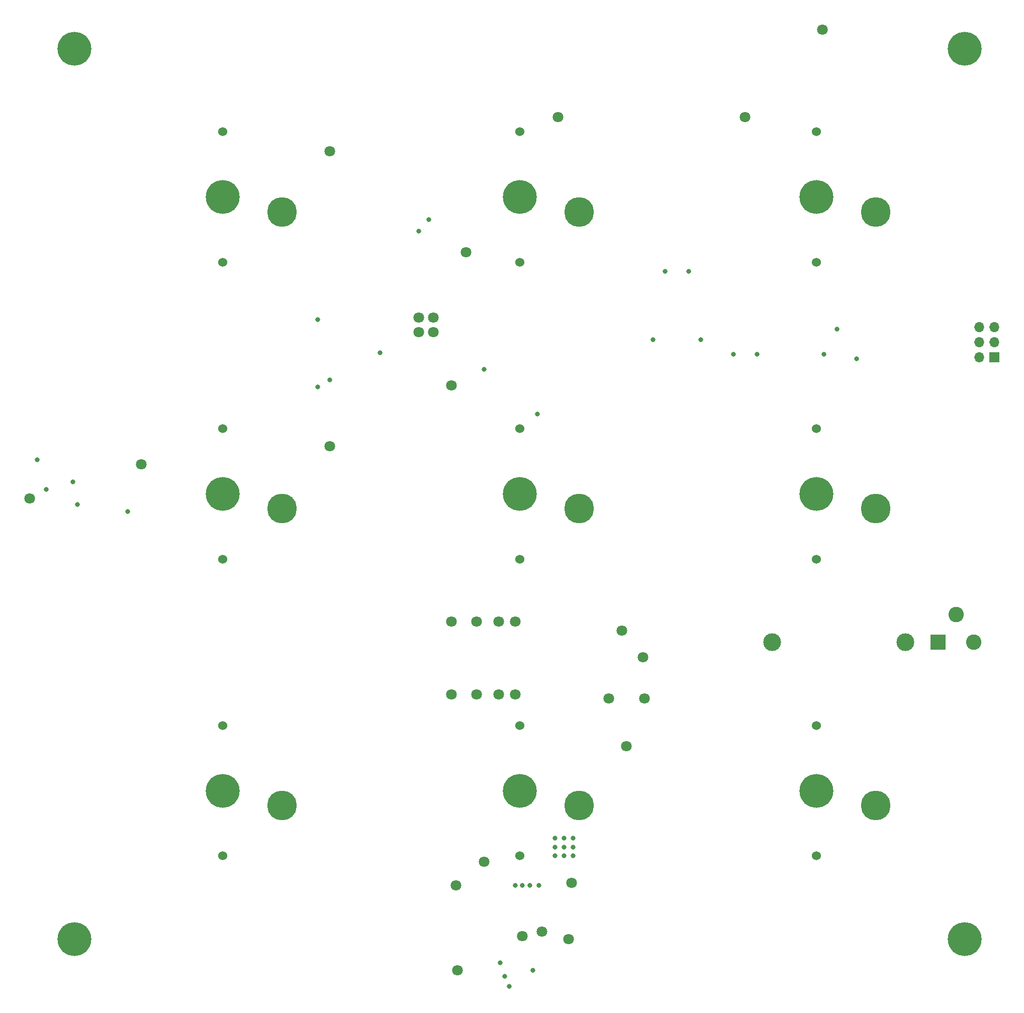
<source format=gbr>
G04 #@! TF.GenerationSoftware,KiCad,Pcbnew,5.1.5*
G04 #@! TF.CreationDate,2020-03-06T12:13:38+01:00*
G04 #@! TF.ProjectId,e-chessboard,652d6368-6573-4736-926f-6172642e6b69,0.1*
G04 #@! TF.SameCoordinates,Original*
G04 #@! TF.FileFunction,Copper,L3,Inr*
G04 #@! TF.FilePolarity,Positive*
%FSLAX46Y46*%
G04 Gerber Fmt 4.6, Leading zero omitted, Abs format (unit mm)*
G04 Created by KiCad (PCBNEW 5.1.5) date 2020-03-06 12:13:38*
%MOMM*%
%LPD*%
G04 APERTURE LIST*
%ADD10C,3.000000*%
%ADD11C,5.700000*%
%ADD12R,2.600000X2.600000*%
%ADD13C,2.600000*%
%ADD14R,1.700000X1.700000*%
%ADD15O,1.700000X1.700000*%
%ADD16C,1.524000*%
%ADD17C,0.800000*%
%ADD18C,1.800000*%
%ADD19C,5.000000*%
G04 APERTURE END LIST*
D10*
X177500000Y-160000000D03*
X200000000Y-160000000D03*
D11*
X60000000Y-60000000D03*
X210000000Y-60000000D03*
X60000000Y-210000000D03*
X210000000Y-210000000D03*
D12*
X205500000Y-160000000D03*
D13*
X211500000Y-160000000D03*
X208500000Y-155300000D03*
D14*
X215000000Y-112000000D03*
D15*
X212460000Y-112000000D03*
X215000000Y-109460000D03*
X212460000Y-109460000D03*
X215000000Y-106920000D03*
X212460000Y-106920000D03*
D16*
X85000000Y-96000000D03*
X85000000Y-74000000D03*
D11*
X85000000Y-85000000D03*
D16*
X85000000Y-146000000D03*
X85000000Y-124000000D03*
D11*
X85000000Y-135000000D03*
D16*
X85000000Y-196000000D03*
X85000000Y-174000000D03*
D11*
X85000000Y-185000000D03*
X135000000Y-85000000D03*
D16*
X135000000Y-74000000D03*
X135000000Y-96000000D03*
D11*
X135000000Y-135000000D03*
D16*
X135000000Y-124000000D03*
X135000000Y-146000000D03*
X135000000Y-196000000D03*
X135000000Y-174000000D03*
D11*
X135000000Y-185000000D03*
X185000000Y-85000000D03*
D16*
X185000000Y-74000000D03*
X185000000Y-96000000D03*
D11*
X185000000Y-135000000D03*
D16*
X185000000Y-124000000D03*
X185000000Y-146000000D03*
D11*
X185000000Y-185000000D03*
D16*
X185000000Y-174000000D03*
X185000000Y-196000000D03*
D17*
X141000000Y-193000000D03*
X165500000Y-109000000D03*
X157500000Y-109000000D03*
X171000000Y-111500000D03*
X175000000Y-111500000D03*
X163500000Y-97500000D03*
X159500000Y-97500000D03*
D18*
X71250000Y-130000000D03*
X124250000Y-201000000D03*
X124500000Y-215250000D03*
X123500000Y-156500000D03*
X127750000Y-156500000D03*
X131500000Y-156500000D03*
X134250000Y-156500000D03*
X129000000Y-197000000D03*
X155750000Y-162500000D03*
X156000000Y-169500000D03*
D17*
X129000000Y-114000000D03*
D18*
X118000000Y-107750000D03*
X120500000Y-107750000D03*
X120500000Y-105250000D03*
X118000000Y-105250000D03*
D17*
X191750000Y-112250000D03*
D18*
X126000000Y-94250000D03*
X123500000Y-168750000D03*
X127750000Y-168750000D03*
X131500000Y-168750000D03*
X134250000Y-168750000D03*
X123500000Y-116750000D03*
X150000000Y-169500000D03*
X152250000Y-158000000D03*
D17*
X111500000Y-111250000D03*
X141000000Y-194500000D03*
X141000000Y-196000000D03*
X142500000Y-196000000D03*
X142500000Y-194500000D03*
X142500000Y-193000000D03*
X144000000Y-193000000D03*
X144000000Y-194500000D03*
X144000000Y-196000000D03*
D18*
X186000000Y-56750000D03*
X52500000Y-135750000D03*
X135499990Y-209500000D03*
X141500000Y-71500000D03*
X173000000Y-71500000D03*
D17*
X186249988Y-111500000D03*
X188500000Y-107250000D03*
D18*
X103000000Y-77250000D03*
X138750000Y-208750000D03*
D19*
X195000000Y-187500000D03*
X195000000Y-137500000D03*
X195000000Y-87500000D03*
D18*
X143250000Y-210000000D03*
X103000000Y-127000000D03*
X153000000Y-177500000D03*
X143750000Y-200500000D03*
D19*
X145000000Y-87500000D03*
X145000000Y-137500000D03*
X145000000Y-187500000D03*
X95000000Y-187500000D03*
X95000000Y-137500000D03*
X95000000Y-87500000D03*
D17*
X135500000Y-201000000D03*
X134250000Y-201000000D03*
X136750000Y-201000000D03*
X59750000Y-133000000D03*
X132500004Y-216250000D03*
X137250000Y-215249986D03*
X60500000Y-136750000D03*
X133250000Y-218000000D03*
X55250006Y-134250000D03*
X131750000Y-214000000D03*
X101000000Y-117000000D03*
X101000006Y-105649990D03*
X53750000Y-129250000D03*
X118000000Y-90750000D03*
X138250000Y-201000000D03*
X138000000Y-121500000D03*
X69000000Y-138000000D03*
X103000000Y-115750000D03*
X119750000Y-88750000D03*
M02*

</source>
